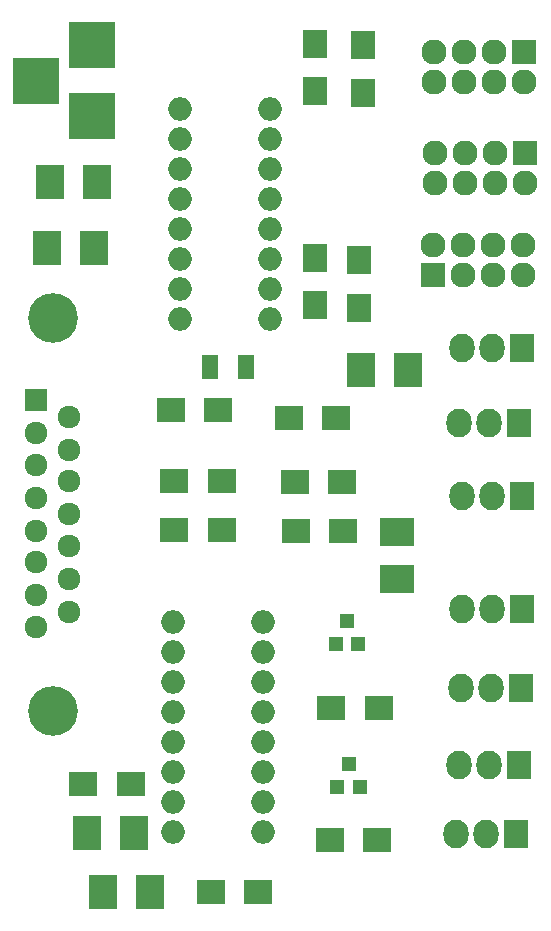
<source format=gts>
G04 #@! TF.GenerationSoftware,KiCad,Pcbnew,(2017-09-22 revision df472e6)-master*
G04 #@! TF.CreationDate,2017-12-25T08:16:24-08:00*
G04 #@! TF.ProjectId,ody_adap,6F64795F616461702E6B696361645F70,rev?*
G04 #@! TF.SameCoordinates,Original*
G04 #@! TF.FileFunction,Soldermask,Top*
G04 #@! TF.FilePolarity,Negative*
%FSLAX46Y46*%
G04 Gerber Fmt 4.6, Leading zero omitted, Abs format (unit mm)*
G04 Created by KiCad (PCBNEW (2017-09-22 revision df472e6)-master) date Mon Dec 25 08:16:24 2017*
%MOMM*%
%LPD*%
G01*
G04 APERTURE LIST*
%ADD10R,2.400000X2.900000*%
%ADD11R,2.400000X2.000000*%
%ADD12R,2.900000X2.400000*%
%ADD13R,1.400000X2.000000*%
%ADD14R,3.900120X3.900120*%
%ADD15C,4.210000*%
%ADD16R,1.924000X1.924000*%
%ADD17C,1.924000*%
%ADD18O,2.127200X2.432000*%
%ADD19R,2.127200X2.432000*%
%ADD20O,2.127200X2.127200*%
%ADD21R,2.127200X2.127200*%
%ADD22R,1.200100X1.200100*%
%ADD23R,2.400000X2.100000*%
%ADD24R,2.100000X2.400000*%
%ADD25O,2.000000X2.000000*%
G04 APERTURE END LIST*
D10*
X103100000Y-124300000D03*
X107100000Y-124300000D03*
X126300000Y-85100000D03*
X130300000Y-85100000D03*
D11*
X113600000Y-129300000D03*
X117600000Y-129300000D03*
D12*
X129350000Y-102800000D03*
X129350000Y-98800000D03*
D10*
X103700000Y-74750000D03*
X99700000Y-74750000D03*
D11*
X106800000Y-120150000D03*
X102800000Y-120150000D03*
D10*
X103950000Y-69150000D03*
X99950000Y-69150000D03*
X104450000Y-129250000D03*
X108450000Y-129250000D03*
D13*
X116550000Y-84850000D03*
X113550000Y-84850000D03*
D14*
X103500000Y-63600140D03*
X103500000Y-57600660D03*
X98801000Y-60600400D03*
D15*
X100227000Y-113929000D03*
X100227000Y-80655000D03*
D16*
X98830000Y-87640000D03*
D17*
X98830000Y-90434000D03*
X98830000Y-93101000D03*
X98830000Y-95895000D03*
X98830000Y-98689000D03*
X98830000Y-101356000D03*
X98830000Y-104150000D03*
X98830000Y-106817000D03*
X101624000Y-89037000D03*
X101624000Y-91831000D03*
X101624000Y-94498000D03*
X101624000Y-97292000D03*
X101624000Y-99959000D03*
X101624000Y-102753000D03*
X101624000Y-105547000D03*
D18*
X134370000Y-124350000D03*
X136910000Y-124350000D03*
D19*
X139450000Y-124350000D03*
D18*
X134770000Y-112000000D03*
X137310000Y-112000000D03*
D19*
X139850000Y-112000000D03*
X139950000Y-105300000D03*
D18*
X137410000Y-105300000D03*
X134870000Y-105300000D03*
D19*
X139700000Y-118500000D03*
D18*
X137160000Y-118500000D03*
X134620000Y-118500000D03*
D20*
X132480000Y-60690000D03*
X132480000Y-58150000D03*
X135020000Y-60690000D03*
X135020000Y-58150000D03*
X137560000Y-60690000D03*
X137560000Y-58150000D03*
X140100000Y-60690000D03*
D21*
X140100000Y-58150000D03*
X140200000Y-66700000D03*
D20*
X140200000Y-69240000D03*
X137660000Y-66700000D03*
X137660000Y-69240000D03*
X135120000Y-66700000D03*
X135120000Y-69240000D03*
X132580000Y-66700000D03*
X132580000Y-69240000D03*
D21*
X132400000Y-77050000D03*
D20*
X132400000Y-74510000D03*
X134940000Y-77050000D03*
X134940000Y-74510000D03*
X137480000Y-77050000D03*
X137480000Y-74510000D03*
X140020000Y-77050000D03*
X140020000Y-74510000D03*
D19*
X139950000Y-95750000D03*
D18*
X137410000Y-95750000D03*
X134870000Y-95750000D03*
D19*
X139950000Y-83200000D03*
D18*
X137410000Y-83200000D03*
X134870000Y-83200000D03*
X134620000Y-89550000D03*
X137160000Y-89550000D03*
D19*
X139700000Y-89550000D03*
D22*
X125250000Y-118401780D03*
X126200000Y-120400760D03*
X124300000Y-120400760D03*
X124150000Y-108300760D03*
X126050000Y-108300760D03*
X125100000Y-106301780D03*
D23*
X123700000Y-124900000D03*
X127700000Y-124900000D03*
X127800000Y-113700000D03*
X123800000Y-113700000D03*
D24*
X122450000Y-57450000D03*
X122450000Y-61450000D03*
X126450000Y-61600000D03*
X126450000Y-57600000D03*
X122400000Y-79600000D03*
X122400000Y-75600000D03*
X126100000Y-75800000D03*
X126100000Y-79800000D03*
D23*
X124700000Y-94600000D03*
X120700000Y-94600000D03*
X114200000Y-88500000D03*
X110200000Y-88500000D03*
X124800000Y-98700000D03*
X120800000Y-98700000D03*
X120200000Y-89150000D03*
X124200000Y-89150000D03*
X110500000Y-94500000D03*
X114500000Y-94500000D03*
X114500000Y-98600000D03*
X110500000Y-98600000D03*
D25*
X110400000Y-106400000D03*
X110400000Y-108940000D03*
X110400000Y-111480000D03*
X110400000Y-114020000D03*
X110400000Y-116560000D03*
X110400000Y-119100000D03*
X110400000Y-121640000D03*
X110400000Y-124180000D03*
X118020000Y-124180000D03*
X118020000Y-121640000D03*
X118020000Y-119100000D03*
X118020000Y-116560000D03*
X118020000Y-114020000D03*
X118020000Y-111480000D03*
X118020000Y-108940000D03*
X118020000Y-106400000D03*
X118620000Y-63000000D03*
X118620000Y-65540000D03*
X118620000Y-68080000D03*
X118620000Y-70620000D03*
X118620000Y-73160000D03*
X118620000Y-75700000D03*
X118620000Y-78240000D03*
X118620000Y-80780000D03*
X111000000Y-80780000D03*
X111000000Y-78240000D03*
X111000000Y-75700000D03*
X111000000Y-73160000D03*
X111000000Y-70620000D03*
X111000000Y-68080000D03*
X111000000Y-65540000D03*
X111000000Y-63000000D03*
M02*

</source>
